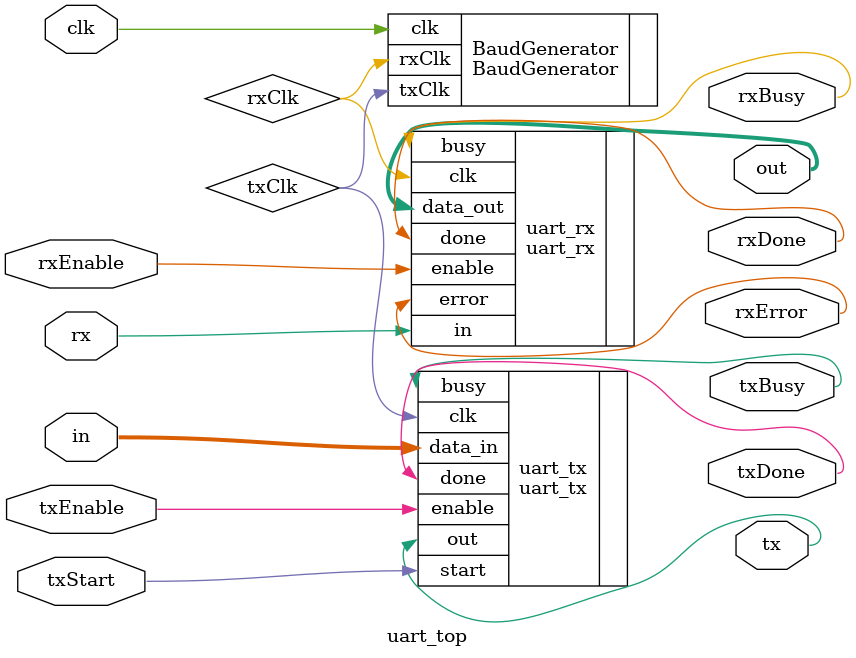
<source format=v>
`timescale 1ns / 1ps


module uart_top(

input clk,

/////////// tx //////////////////
input         txEnable,
input         txStart,
input  [7:0]  in,
output        tx,
output        txDone,
output        txBusy,

/////////// rx //////////////////

input          rxEnable,
input          rx,
output  [7:0]  out,
output         rxDone,
output         rxError,
output         rxBusy

    );
    
wire txClk;
wire rxClk;

uart_tx uart_tx
(
 .clk       (txClk),
 .enable    (txEnable),
 .data_in   (in),
 .start     (txStart),
 .out       (tx),
 .done      (txDone),
 .busy      (txBusy)
);

uart_rx uart_rx
(
 .clk       (rxClk),
 .enable    (rxEnable),
 .in        (rx),
 .data_out  (out),
 .done      (rxDone),
 .busy      (rxBusy),
 .error     (rxError)
);

BaudGenerator   BaudGenerator
(
 .clk       (clk),
 .rxClk     (rxClk),
 .txClk     (txClk)
);

endmodule

</source>
